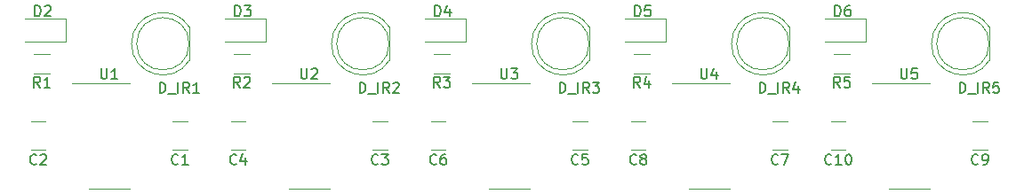
<source format=gto>
%TF.GenerationSoftware,KiCad,Pcbnew,(6.0.11-0)*%
%TF.CreationDate,2024-12-21T01:30:16+09:00*%
%TF.ProjectId,Array,41727261-792e-46b6-9963-61645f706362,rev?*%
%TF.SameCoordinates,Original*%
%TF.FileFunction,Legend,Top*%
%TF.FilePolarity,Positive*%
%FSLAX46Y46*%
G04 Gerber Fmt 4.6, Leading zero omitted, Abs format (unit mm)*
G04 Created by KiCad (PCBNEW (6.0.11-0)) date 2024-12-21 01:30:16*
%MOMM*%
%LPD*%
G01*
G04 APERTURE LIST*
%ADD10C,0.150000*%
%ADD11C,0.120000*%
G04 APERTURE END LIST*
D10*
%TO.C,D_IR3*%
X52447857Y-28367380D02*
X52447857Y-27367380D01*
X52685952Y-27367380D01*
X52828809Y-27415000D01*
X52924047Y-27510238D01*
X52971666Y-27605476D01*
X53019285Y-27795952D01*
X53019285Y-27938809D01*
X52971666Y-28129285D01*
X52924047Y-28224523D01*
X52828809Y-28319761D01*
X52685952Y-28367380D01*
X52447857Y-28367380D01*
X53209761Y-28462619D02*
X53971666Y-28462619D01*
X54209761Y-28367380D02*
X54209761Y-27367380D01*
X55257380Y-28367380D02*
X54924047Y-27891190D01*
X54685952Y-28367380D02*
X54685952Y-27367380D01*
X55066904Y-27367380D01*
X55162142Y-27415000D01*
X55209761Y-27462619D01*
X55257380Y-27557857D01*
X55257380Y-27700714D01*
X55209761Y-27795952D01*
X55162142Y-27843571D01*
X55066904Y-27891190D01*
X54685952Y-27891190D01*
X55590714Y-27367380D02*
X56209761Y-27367380D01*
X55876428Y-27748333D01*
X56019285Y-27748333D01*
X56114523Y-27795952D01*
X56162142Y-27843571D01*
X56209761Y-27938809D01*
X56209761Y-28176904D01*
X56162142Y-28272142D01*
X56114523Y-28319761D01*
X56019285Y-28367380D01*
X55733571Y-28367380D01*
X55638333Y-28319761D01*
X55590714Y-28272142D01*
%TO.C,D_IR1*%
X14347857Y-28367380D02*
X14347857Y-27367380D01*
X14585952Y-27367380D01*
X14728809Y-27415000D01*
X14824047Y-27510238D01*
X14871666Y-27605476D01*
X14919285Y-27795952D01*
X14919285Y-27938809D01*
X14871666Y-28129285D01*
X14824047Y-28224523D01*
X14728809Y-28319761D01*
X14585952Y-28367380D01*
X14347857Y-28367380D01*
X15109761Y-28462619D02*
X15871666Y-28462619D01*
X16109761Y-28367380D02*
X16109761Y-27367380D01*
X17157380Y-28367380D02*
X16824047Y-27891190D01*
X16585952Y-28367380D02*
X16585952Y-27367380D01*
X16966904Y-27367380D01*
X17062142Y-27415000D01*
X17109761Y-27462619D01*
X17157380Y-27557857D01*
X17157380Y-27700714D01*
X17109761Y-27795952D01*
X17062142Y-27843571D01*
X16966904Y-27891190D01*
X16585952Y-27891190D01*
X18109761Y-28367380D02*
X17538333Y-28367380D01*
X17824047Y-28367380D02*
X17824047Y-27367380D01*
X17728809Y-27510238D01*
X17633571Y-27605476D01*
X17538333Y-27653095D01*
%TO.C,D2*%
X2456904Y-21027380D02*
X2456904Y-20027380D01*
X2695000Y-20027380D01*
X2837857Y-20075000D01*
X2933095Y-20170238D01*
X2980714Y-20265476D01*
X3028333Y-20455952D01*
X3028333Y-20598809D01*
X2980714Y-20789285D01*
X2933095Y-20884523D01*
X2837857Y-20979761D01*
X2695000Y-21027380D01*
X2456904Y-21027380D01*
X3409285Y-20122619D02*
X3456904Y-20075000D01*
X3552142Y-20027380D01*
X3790238Y-20027380D01*
X3885476Y-20075000D01*
X3933095Y-20122619D01*
X3980714Y-20217857D01*
X3980714Y-20313095D01*
X3933095Y-20455952D01*
X3361666Y-21027380D01*
X3980714Y-21027380D01*
%TO.C,D_IR5*%
X90547857Y-28367380D02*
X90547857Y-27367380D01*
X90785952Y-27367380D01*
X90928809Y-27415000D01*
X91024047Y-27510238D01*
X91071666Y-27605476D01*
X91119285Y-27795952D01*
X91119285Y-27938809D01*
X91071666Y-28129285D01*
X91024047Y-28224523D01*
X90928809Y-28319761D01*
X90785952Y-28367380D01*
X90547857Y-28367380D01*
X91309761Y-28462619D02*
X92071666Y-28462619D01*
X92309761Y-28367380D02*
X92309761Y-27367380D01*
X93357380Y-28367380D02*
X93024047Y-27891190D01*
X92785952Y-28367380D02*
X92785952Y-27367380D01*
X93166904Y-27367380D01*
X93262142Y-27415000D01*
X93309761Y-27462619D01*
X93357380Y-27557857D01*
X93357380Y-27700714D01*
X93309761Y-27795952D01*
X93262142Y-27843571D01*
X93166904Y-27891190D01*
X92785952Y-27891190D01*
X94262142Y-27367380D02*
X93785952Y-27367380D01*
X93738333Y-27843571D01*
X93785952Y-27795952D01*
X93881190Y-27748333D01*
X94119285Y-27748333D01*
X94214523Y-27795952D01*
X94262142Y-27843571D01*
X94309761Y-27938809D01*
X94309761Y-28176904D01*
X94262142Y-28272142D01*
X94214523Y-28319761D01*
X94119285Y-28367380D01*
X93881190Y-28367380D01*
X93785952Y-28319761D01*
X93738333Y-28272142D01*
%TO.C,R3*%
X41058333Y-27847380D02*
X40725000Y-27371190D01*
X40486904Y-27847380D02*
X40486904Y-26847380D01*
X40867857Y-26847380D01*
X40963095Y-26895000D01*
X41010714Y-26942619D01*
X41058333Y-27037857D01*
X41058333Y-27180714D01*
X41010714Y-27275952D01*
X40963095Y-27323571D01*
X40867857Y-27371190D01*
X40486904Y-27371190D01*
X41391666Y-26847380D02*
X42010714Y-26847380D01*
X41677380Y-27228333D01*
X41820238Y-27228333D01*
X41915476Y-27275952D01*
X41963095Y-27323571D01*
X42010714Y-27418809D01*
X42010714Y-27656904D01*
X41963095Y-27752142D01*
X41915476Y-27799761D01*
X41820238Y-27847380D01*
X41534523Y-27847380D01*
X41439285Y-27799761D01*
X41391666Y-27752142D01*
%TO.C,D6*%
X78656904Y-21027380D02*
X78656904Y-20027380D01*
X78895000Y-20027380D01*
X79037857Y-20075000D01*
X79133095Y-20170238D01*
X79180714Y-20265476D01*
X79228333Y-20455952D01*
X79228333Y-20598809D01*
X79180714Y-20789285D01*
X79133095Y-20884523D01*
X79037857Y-20979761D01*
X78895000Y-21027380D01*
X78656904Y-21027380D01*
X80085476Y-20027380D02*
X79895000Y-20027380D01*
X79799761Y-20075000D01*
X79752142Y-20122619D01*
X79656904Y-20265476D01*
X79609285Y-20455952D01*
X79609285Y-20836904D01*
X79656904Y-20932142D01*
X79704523Y-20979761D01*
X79799761Y-21027380D01*
X79990238Y-21027380D01*
X80085476Y-20979761D01*
X80133095Y-20932142D01*
X80180714Y-20836904D01*
X80180714Y-20598809D01*
X80133095Y-20503571D01*
X80085476Y-20455952D01*
X79990238Y-20408333D01*
X79799761Y-20408333D01*
X79704523Y-20455952D01*
X79656904Y-20503571D01*
X79609285Y-20598809D01*
%TO.C,D_IR4*%
X71497857Y-28367380D02*
X71497857Y-27367380D01*
X71735952Y-27367380D01*
X71878809Y-27415000D01*
X71974047Y-27510238D01*
X72021666Y-27605476D01*
X72069285Y-27795952D01*
X72069285Y-27938809D01*
X72021666Y-28129285D01*
X71974047Y-28224523D01*
X71878809Y-28319761D01*
X71735952Y-28367380D01*
X71497857Y-28367380D01*
X72259761Y-28462619D02*
X73021666Y-28462619D01*
X73259761Y-28367380D02*
X73259761Y-27367380D01*
X74307380Y-28367380D02*
X73974047Y-27891190D01*
X73735952Y-28367380D02*
X73735952Y-27367380D01*
X74116904Y-27367380D01*
X74212142Y-27415000D01*
X74259761Y-27462619D01*
X74307380Y-27557857D01*
X74307380Y-27700714D01*
X74259761Y-27795952D01*
X74212142Y-27843571D01*
X74116904Y-27891190D01*
X73735952Y-27891190D01*
X75164523Y-27700714D02*
X75164523Y-28367380D01*
X74926428Y-27319761D02*
X74688333Y-28034047D01*
X75307380Y-28034047D01*
%TO.C,C5*%
X54208333Y-35132142D02*
X54160714Y-35179761D01*
X54017857Y-35227380D01*
X53922619Y-35227380D01*
X53779761Y-35179761D01*
X53684523Y-35084523D01*
X53636904Y-34989285D01*
X53589285Y-34798809D01*
X53589285Y-34655952D01*
X53636904Y-34465476D01*
X53684523Y-34370238D01*
X53779761Y-34275000D01*
X53922619Y-34227380D01*
X54017857Y-34227380D01*
X54160714Y-34275000D01*
X54208333Y-34322619D01*
X55113095Y-34227380D02*
X54636904Y-34227380D01*
X54589285Y-34703571D01*
X54636904Y-34655952D01*
X54732142Y-34608333D01*
X54970238Y-34608333D01*
X55065476Y-34655952D01*
X55113095Y-34703571D01*
X55160714Y-34798809D01*
X55160714Y-35036904D01*
X55113095Y-35132142D01*
X55065476Y-35179761D01*
X54970238Y-35227380D01*
X54732142Y-35227380D01*
X54636904Y-35179761D01*
X54589285Y-35132142D01*
%TO.C,U5*%
X84963095Y-26027380D02*
X84963095Y-26836904D01*
X85010714Y-26932142D01*
X85058333Y-26979761D01*
X85153571Y-27027380D01*
X85344047Y-27027380D01*
X85439285Y-26979761D01*
X85486904Y-26932142D01*
X85534523Y-26836904D01*
X85534523Y-26027380D01*
X86486904Y-26027380D02*
X86010714Y-26027380D01*
X85963095Y-26503571D01*
X86010714Y-26455952D01*
X86105952Y-26408333D01*
X86344047Y-26408333D01*
X86439285Y-26455952D01*
X86486904Y-26503571D01*
X86534523Y-26598809D01*
X86534523Y-26836904D01*
X86486904Y-26932142D01*
X86439285Y-26979761D01*
X86344047Y-27027380D01*
X86105952Y-27027380D01*
X86010714Y-26979761D01*
X85963095Y-26932142D01*
%TO.C,D3*%
X21506904Y-21027380D02*
X21506904Y-20027380D01*
X21745000Y-20027380D01*
X21887857Y-20075000D01*
X21983095Y-20170238D01*
X22030714Y-20265476D01*
X22078333Y-20455952D01*
X22078333Y-20598809D01*
X22030714Y-20789285D01*
X21983095Y-20884523D01*
X21887857Y-20979761D01*
X21745000Y-21027380D01*
X21506904Y-21027380D01*
X22411666Y-20027380D02*
X23030714Y-20027380D01*
X22697380Y-20408333D01*
X22840238Y-20408333D01*
X22935476Y-20455952D01*
X22983095Y-20503571D01*
X23030714Y-20598809D01*
X23030714Y-20836904D01*
X22983095Y-20932142D01*
X22935476Y-20979761D01*
X22840238Y-21027380D01*
X22554523Y-21027380D01*
X22459285Y-20979761D01*
X22411666Y-20932142D01*
%TO.C,U4*%
X65913095Y-26027380D02*
X65913095Y-26836904D01*
X65960714Y-26932142D01*
X66008333Y-26979761D01*
X66103571Y-27027380D01*
X66294047Y-27027380D01*
X66389285Y-26979761D01*
X66436904Y-26932142D01*
X66484523Y-26836904D01*
X66484523Y-26027380D01*
X67389285Y-26360714D02*
X67389285Y-27027380D01*
X67151190Y-25979761D02*
X66913095Y-26694047D01*
X67532142Y-26694047D01*
%TO.C,D5*%
X59606904Y-21027380D02*
X59606904Y-20027380D01*
X59845000Y-20027380D01*
X59987857Y-20075000D01*
X60083095Y-20170238D01*
X60130714Y-20265476D01*
X60178333Y-20455952D01*
X60178333Y-20598809D01*
X60130714Y-20789285D01*
X60083095Y-20884523D01*
X59987857Y-20979761D01*
X59845000Y-21027380D01*
X59606904Y-21027380D01*
X61083095Y-20027380D02*
X60606904Y-20027380D01*
X60559285Y-20503571D01*
X60606904Y-20455952D01*
X60702142Y-20408333D01*
X60940238Y-20408333D01*
X61035476Y-20455952D01*
X61083095Y-20503571D01*
X61130714Y-20598809D01*
X61130714Y-20836904D01*
X61083095Y-20932142D01*
X61035476Y-20979761D01*
X60940238Y-21027380D01*
X60702142Y-21027380D01*
X60606904Y-20979761D01*
X60559285Y-20932142D01*
%TO.C,C1*%
X16108333Y-35132142D02*
X16060714Y-35179761D01*
X15917857Y-35227380D01*
X15822619Y-35227380D01*
X15679761Y-35179761D01*
X15584523Y-35084523D01*
X15536904Y-34989285D01*
X15489285Y-34798809D01*
X15489285Y-34655952D01*
X15536904Y-34465476D01*
X15584523Y-34370238D01*
X15679761Y-34275000D01*
X15822619Y-34227380D01*
X15917857Y-34227380D01*
X16060714Y-34275000D01*
X16108333Y-34322619D01*
X17060714Y-35227380D02*
X16489285Y-35227380D01*
X16775000Y-35227380D02*
X16775000Y-34227380D01*
X16679761Y-34370238D01*
X16584523Y-34465476D01*
X16489285Y-34513095D01*
%TO.C,R2*%
X22008333Y-27847380D02*
X21675000Y-27371190D01*
X21436904Y-27847380D02*
X21436904Y-26847380D01*
X21817857Y-26847380D01*
X21913095Y-26895000D01*
X21960714Y-26942619D01*
X22008333Y-27037857D01*
X22008333Y-27180714D01*
X21960714Y-27275952D01*
X21913095Y-27323571D01*
X21817857Y-27371190D01*
X21436904Y-27371190D01*
X22389285Y-26942619D02*
X22436904Y-26895000D01*
X22532142Y-26847380D01*
X22770238Y-26847380D01*
X22865476Y-26895000D01*
X22913095Y-26942619D01*
X22960714Y-27037857D01*
X22960714Y-27133095D01*
X22913095Y-27275952D01*
X22341666Y-27847380D01*
X22960714Y-27847380D01*
%TO.C,R5*%
X79158333Y-27847380D02*
X78825000Y-27371190D01*
X78586904Y-27847380D02*
X78586904Y-26847380D01*
X78967857Y-26847380D01*
X79063095Y-26895000D01*
X79110714Y-26942619D01*
X79158333Y-27037857D01*
X79158333Y-27180714D01*
X79110714Y-27275952D01*
X79063095Y-27323571D01*
X78967857Y-27371190D01*
X78586904Y-27371190D01*
X80063095Y-26847380D02*
X79586904Y-26847380D01*
X79539285Y-27323571D01*
X79586904Y-27275952D01*
X79682142Y-27228333D01*
X79920238Y-27228333D01*
X80015476Y-27275952D01*
X80063095Y-27323571D01*
X80110714Y-27418809D01*
X80110714Y-27656904D01*
X80063095Y-27752142D01*
X80015476Y-27799761D01*
X79920238Y-27847380D01*
X79682142Y-27847380D01*
X79586904Y-27799761D01*
X79539285Y-27752142D01*
%TO.C,C7*%
X73258333Y-35132142D02*
X73210714Y-35179761D01*
X73067857Y-35227380D01*
X72972619Y-35227380D01*
X72829761Y-35179761D01*
X72734523Y-35084523D01*
X72686904Y-34989285D01*
X72639285Y-34798809D01*
X72639285Y-34655952D01*
X72686904Y-34465476D01*
X72734523Y-34370238D01*
X72829761Y-34275000D01*
X72972619Y-34227380D01*
X73067857Y-34227380D01*
X73210714Y-34275000D01*
X73258333Y-34322619D01*
X73591666Y-34227380D02*
X74258333Y-34227380D01*
X73829761Y-35227380D01*
%TO.C,R4*%
X60108333Y-27847380D02*
X59775000Y-27371190D01*
X59536904Y-27847380D02*
X59536904Y-26847380D01*
X59917857Y-26847380D01*
X60013095Y-26895000D01*
X60060714Y-26942619D01*
X60108333Y-27037857D01*
X60108333Y-27180714D01*
X60060714Y-27275952D01*
X60013095Y-27323571D01*
X59917857Y-27371190D01*
X59536904Y-27371190D01*
X60965476Y-27180714D02*
X60965476Y-27847380D01*
X60727380Y-26799761D02*
X60489285Y-27514047D01*
X61108333Y-27514047D01*
%TO.C,C9*%
X92308333Y-35132142D02*
X92260714Y-35179761D01*
X92117857Y-35227380D01*
X92022619Y-35227380D01*
X91879761Y-35179761D01*
X91784523Y-35084523D01*
X91736904Y-34989285D01*
X91689285Y-34798809D01*
X91689285Y-34655952D01*
X91736904Y-34465476D01*
X91784523Y-34370238D01*
X91879761Y-34275000D01*
X92022619Y-34227380D01*
X92117857Y-34227380D01*
X92260714Y-34275000D01*
X92308333Y-34322619D01*
X92784523Y-35227380D02*
X92975000Y-35227380D01*
X93070238Y-35179761D01*
X93117857Y-35132142D01*
X93213095Y-34989285D01*
X93260714Y-34798809D01*
X93260714Y-34417857D01*
X93213095Y-34322619D01*
X93165476Y-34275000D01*
X93070238Y-34227380D01*
X92879761Y-34227380D01*
X92784523Y-34275000D01*
X92736904Y-34322619D01*
X92689285Y-34417857D01*
X92689285Y-34655952D01*
X92736904Y-34751190D01*
X92784523Y-34798809D01*
X92879761Y-34846428D01*
X93070238Y-34846428D01*
X93165476Y-34798809D01*
X93213095Y-34751190D01*
X93260714Y-34655952D01*
%TO.C,C2*%
X2608333Y-35132142D02*
X2560714Y-35179761D01*
X2417857Y-35227380D01*
X2322619Y-35227380D01*
X2179761Y-35179761D01*
X2084523Y-35084523D01*
X2036904Y-34989285D01*
X1989285Y-34798809D01*
X1989285Y-34655952D01*
X2036904Y-34465476D01*
X2084523Y-34370238D01*
X2179761Y-34275000D01*
X2322619Y-34227380D01*
X2417857Y-34227380D01*
X2560714Y-34275000D01*
X2608333Y-34322619D01*
X2989285Y-34322619D02*
X3036904Y-34275000D01*
X3132142Y-34227380D01*
X3370238Y-34227380D01*
X3465476Y-34275000D01*
X3513095Y-34322619D01*
X3560714Y-34417857D01*
X3560714Y-34513095D01*
X3513095Y-34655952D01*
X2941666Y-35227380D01*
X3560714Y-35227380D01*
%TO.C,D4*%
X40556904Y-21027380D02*
X40556904Y-20027380D01*
X40795000Y-20027380D01*
X40937857Y-20075000D01*
X41033095Y-20170238D01*
X41080714Y-20265476D01*
X41128333Y-20455952D01*
X41128333Y-20598809D01*
X41080714Y-20789285D01*
X41033095Y-20884523D01*
X40937857Y-20979761D01*
X40795000Y-21027380D01*
X40556904Y-21027380D01*
X41985476Y-20360714D02*
X41985476Y-21027380D01*
X41747380Y-19979761D02*
X41509285Y-20694047D01*
X42128333Y-20694047D01*
%TO.C,R1*%
X2958333Y-27847380D02*
X2625000Y-27371190D01*
X2386904Y-27847380D02*
X2386904Y-26847380D01*
X2767857Y-26847380D01*
X2863095Y-26895000D01*
X2910714Y-26942619D01*
X2958333Y-27037857D01*
X2958333Y-27180714D01*
X2910714Y-27275952D01*
X2863095Y-27323571D01*
X2767857Y-27371190D01*
X2386904Y-27371190D01*
X3910714Y-27847380D02*
X3339285Y-27847380D01*
X3625000Y-27847380D02*
X3625000Y-26847380D01*
X3529761Y-26990238D01*
X3434523Y-27085476D01*
X3339285Y-27133095D01*
%TO.C,C3*%
X35158333Y-35132142D02*
X35110714Y-35179761D01*
X34967857Y-35227380D01*
X34872619Y-35227380D01*
X34729761Y-35179761D01*
X34634523Y-35084523D01*
X34586904Y-34989285D01*
X34539285Y-34798809D01*
X34539285Y-34655952D01*
X34586904Y-34465476D01*
X34634523Y-34370238D01*
X34729761Y-34275000D01*
X34872619Y-34227380D01*
X34967857Y-34227380D01*
X35110714Y-34275000D01*
X35158333Y-34322619D01*
X35491666Y-34227380D02*
X36110714Y-34227380D01*
X35777380Y-34608333D01*
X35920238Y-34608333D01*
X36015476Y-34655952D01*
X36063095Y-34703571D01*
X36110714Y-34798809D01*
X36110714Y-35036904D01*
X36063095Y-35132142D01*
X36015476Y-35179761D01*
X35920238Y-35227380D01*
X35634523Y-35227380D01*
X35539285Y-35179761D01*
X35491666Y-35132142D01*
%TO.C,U3*%
X46863095Y-26027380D02*
X46863095Y-26836904D01*
X46910714Y-26932142D01*
X46958333Y-26979761D01*
X47053571Y-27027380D01*
X47244047Y-27027380D01*
X47339285Y-26979761D01*
X47386904Y-26932142D01*
X47434523Y-26836904D01*
X47434523Y-26027380D01*
X47815476Y-26027380D02*
X48434523Y-26027380D01*
X48101190Y-26408333D01*
X48244047Y-26408333D01*
X48339285Y-26455952D01*
X48386904Y-26503571D01*
X48434523Y-26598809D01*
X48434523Y-26836904D01*
X48386904Y-26932142D01*
X48339285Y-26979761D01*
X48244047Y-27027380D01*
X47958333Y-27027380D01*
X47863095Y-26979761D01*
X47815476Y-26932142D01*
%TO.C,C6*%
X40708333Y-35132142D02*
X40660714Y-35179761D01*
X40517857Y-35227380D01*
X40422619Y-35227380D01*
X40279761Y-35179761D01*
X40184523Y-35084523D01*
X40136904Y-34989285D01*
X40089285Y-34798809D01*
X40089285Y-34655952D01*
X40136904Y-34465476D01*
X40184523Y-34370238D01*
X40279761Y-34275000D01*
X40422619Y-34227380D01*
X40517857Y-34227380D01*
X40660714Y-34275000D01*
X40708333Y-34322619D01*
X41565476Y-34227380D02*
X41375000Y-34227380D01*
X41279761Y-34275000D01*
X41232142Y-34322619D01*
X41136904Y-34465476D01*
X41089285Y-34655952D01*
X41089285Y-35036904D01*
X41136904Y-35132142D01*
X41184523Y-35179761D01*
X41279761Y-35227380D01*
X41470238Y-35227380D01*
X41565476Y-35179761D01*
X41613095Y-35132142D01*
X41660714Y-35036904D01*
X41660714Y-34798809D01*
X41613095Y-34703571D01*
X41565476Y-34655952D01*
X41470238Y-34608333D01*
X41279761Y-34608333D01*
X41184523Y-34655952D01*
X41136904Y-34703571D01*
X41089285Y-34798809D01*
%TO.C,C10*%
X78332142Y-35132142D02*
X78284523Y-35179761D01*
X78141666Y-35227380D01*
X78046428Y-35227380D01*
X77903571Y-35179761D01*
X77808333Y-35084523D01*
X77760714Y-34989285D01*
X77713095Y-34798809D01*
X77713095Y-34655952D01*
X77760714Y-34465476D01*
X77808333Y-34370238D01*
X77903571Y-34275000D01*
X78046428Y-34227380D01*
X78141666Y-34227380D01*
X78284523Y-34275000D01*
X78332142Y-34322619D01*
X79284523Y-35227380D02*
X78713095Y-35227380D01*
X78998809Y-35227380D02*
X78998809Y-34227380D01*
X78903571Y-34370238D01*
X78808333Y-34465476D01*
X78713095Y-34513095D01*
X79903571Y-34227380D02*
X79998809Y-34227380D01*
X80094047Y-34275000D01*
X80141666Y-34322619D01*
X80189285Y-34417857D01*
X80236904Y-34608333D01*
X80236904Y-34846428D01*
X80189285Y-35036904D01*
X80141666Y-35132142D01*
X80094047Y-35179761D01*
X79998809Y-35227380D01*
X79903571Y-35227380D01*
X79808333Y-35179761D01*
X79760714Y-35132142D01*
X79713095Y-35036904D01*
X79665476Y-34846428D01*
X79665476Y-34608333D01*
X79713095Y-34417857D01*
X79760714Y-34322619D01*
X79808333Y-34275000D01*
X79903571Y-34227380D01*
%TO.C,U2*%
X27813095Y-26027380D02*
X27813095Y-26836904D01*
X27860714Y-26932142D01*
X27908333Y-26979761D01*
X28003571Y-27027380D01*
X28194047Y-27027380D01*
X28289285Y-26979761D01*
X28336904Y-26932142D01*
X28384523Y-26836904D01*
X28384523Y-26027380D01*
X28813095Y-26122619D02*
X28860714Y-26075000D01*
X28955952Y-26027380D01*
X29194047Y-26027380D01*
X29289285Y-26075000D01*
X29336904Y-26122619D01*
X29384523Y-26217857D01*
X29384523Y-26313095D01*
X29336904Y-26455952D01*
X28765476Y-27027380D01*
X29384523Y-27027380D01*
%TO.C,U1*%
X8763095Y-26027380D02*
X8763095Y-26836904D01*
X8810714Y-26932142D01*
X8858333Y-26979761D01*
X8953571Y-27027380D01*
X9144047Y-27027380D01*
X9239285Y-26979761D01*
X9286904Y-26932142D01*
X9334523Y-26836904D01*
X9334523Y-26027380D01*
X10334523Y-27027380D02*
X9763095Y-27027380D01*
X10048809Y-27027380D02*
X10048809Y-26027380D01*
X9953571Y-26170238D01*
X9858333Y-26265476D01*
X9763095Y-26313095D01*
%TO.C,D_IR2*%
X33397857Y-28367380D02*
X33397857Y-27367380D01*
X33635952Y-27367380D01*
X33778809Y-27415000D01*
X33874047Y-27510238D01*
X33921666Y-27605476D01*
X33969285Y-27795952D01*
X33969285Y-27938809D01*
X33921666Y-28129285D01*
X33874047Y-28224523D01*
X33778809Y-28319761D01*
X33635952Y-28367380D01*
X33397857Y-28367380D01*
X34159761Y-28462619D02*
X34921666Y-28462619D01*
X35159761Y-28367380D02*
X35159761Y-27367380D01*
X36207380Y-28367380D02*
X35874047Y-27891190D01*
X35635952Y-28367380D02*
X35635952Y-27367380D01*
X36016904Y-27367380D01*
X36112142Y-27415000D01*
X36159761Y-27462619D01*
X36207380Y-27557857D01*
X36207380Y-27700714D01*
X36159761Y-27795952D01*
X36112142Y-27843571D01*
X36016904Y-27891190D01*
X35635952Y-27891190D01*
X36588333Y-27462619D02*
X36635952Y-27415000D01*
X36731190Y-27367380D01*
X36969285Y-27367380D01*
X37064523Y-27415000D01*
X37112142Y-27462619D01*
X37159761Y-27557857D01*
X37159761Y-27653095D01*
X37112142Y-27795952D01*
X36540714Y-28367380D01*
X37159761Y-28367380D01*
%TO.C,C8*%
X59758333Y-35132142D02*
X59710714Y-35179761D01*
X59567857Y-35227380D01*
X59472619Y-35227380D01*
X59329761Y-35179761D01*
X59234523Y-35084523D01*
X59186904Y-34989285D01*
X59139285Y-34798809D01*
X59139285Y-34655952D01*
X59186904Y-34465476D01*
X59234523Y-34370238D01*
X59329761Y-34275000D01*
X59472619Y-34227380D01*
X59567857Y-34227380D01*
X59710714Y-34275000D01*
X59758333Y-34322619D01*
X60329761Y-34655952D02*
X60234523Y-34608333D01*
X60186904Y-34560714D01*
X60139285Y-34465476D01*
X60139285Y-34417857D01*
X60186904Y-34322619D01*
X60234523Y-34275000D01*
X60329761Y-34227380D01*
X60520238Y-34227380D01*
X60615476Y-34275000D01*
X60663095Y-34322619D01*
X60710714Y-34417857D01*
X60710714Y-34465476D01*
X60663095Y-34560714D01*
X60615476Y-34608333D01*
X60520238Y-34655952D01*
X60329761Y-34655952D01*
X60234523Y-34703571D01*
X60186904Y-34751190D01*
X60139285Y-34846428D01*
X60139285Y-35036904D01*
X60186904Y-35132142D01*
X60234523Y-35179761D01*
X60329761Y-35227380D01*
X60520238Y-35227380D01*
X60615476Y-35179761D01*
X60663095Y-35132142D01*
X60710714Y-35036904D01*
X60710714Y-34846428D01*
X60663095Y-34751190D01*
X60615476Y-34703571D01*
X60520238Y-34655952D01*
%TO.C,C4*%
X21658333Y-35132142D02*
X21610714Y-35179761D01*
X21467857Y-35227380D01*
X21372619Y-35227380D01*
X21229761Y-35179761D01*
X21134523Y-35084523D01*
X21086904Y-34989285D01*
X21039285Y-34798809D01*
X21039285Y-34655952D01*
X21086904Y-34465476D01*
X21134523Y-34370238D01*
X21229761Y-34275000D01*
X21372619Y-34227380D01*
X21467857Y-34227380D01*
X21610714Y-34275000D01*
X21658333Y-34322619D01*
X22515476Y-34560714D02*
X22515476Y-35227380D01*
X22277380Y-34179761D02*
X22039285Y-34894047D01*
X22658333Y-34894047D01*
D11*
%TO.C,D_IR3*%
X55315000Y-25220000D02*
X55315000Y-22130000D01*
X49765000Y-23674538D02*
G75*
G03*
X55315000Y-25219830I2990000J-462D01*
G01*
X55315000Y-22130170D02*
G75*
G03*
X49765000Y-23675462I-2560000J-1544830D01*
G01*
X55255000Y-23675000D02*
G75*
G03*
X55255000Y-23675000I-2500000J0D01*
G01*
%TO.C,D_IR1*%
X17215000Y-25220000D02*
X17215000Y-22130000D01*
X17215000Y-22130170D02*
G75*
G03*
X11665000Y-23675462I-2560000J-1544830D01*
G01*
X11665000Y-23674538D02*
G75*
G03*
X17215000Y-25219830I2990000J-462D01*
G01*
X17155000Y-23675000D02*
G75*
G03*
X17155000Y-23675000I-2500000J0D01*
G01*
%TO.C,D2*%
X1525000Y-23510000D02*
X5410000Y-23510000D01*
X5410000Y-23510000D02*
X5410000Y-21240000D01*
X5410000Y-21240000D02*
X1525000Y-21240000D01*
%TO.C,D_IR5*%
X93415000Y-25220000D02*
X93415000Y-22130000D01*
X87865000Y-23674538D02*
G75*
G03*
X93415000Y-25219830I2990000J-462D01*
G01*
X93415000Y-22130170D02*
G75*
G03*
X87865000Y-23675462I-2560000J-1544830D01*
G01*
X93355000Y-23675000D02*
G75*
G03*
X93355000Y-23675000I-2500000J0D01*
G01*
%TO.C,R3*%
X41952064Y-24665000D02*
X40497936Y-24665000D01*
X41952064Y-26485000D02*
X40497936Y-26485000D01*
%TO.C,D6*%
X77725000Y-23510000D02*
X81610000Y-23510000D01*
X81610000Y-23510000D02*
X81610000Y-21240000D01*
X81610000Y-21240000D02*
X77725000Y-21240000D01*
%TO.C,D_IR4*%
X74365000Y-25220000D02*
X74365000Y-22130000D01*
X74365000Y-22130170D02*
G75*
G03*
X68815000Y-23675462I-2560000J-1544830D01*
G01*
X68815000Y-23674538D02*
G75*
G03*
X74365000Y-25219830I2990000J-462D01*
G01*
X74305000Y-23675000D02*
G75*
G03*
X74305000Y-23675000I-2500000J0D01*
G01*
%TO.C,C5*%
X55086252Y-33835000D02*
X53663748Y-33835000D01*
X55086252Y-31115000D02*
X53663748Y-31115000D01*
%TO.C,U5*%
X85725000Y-27415000D02*
X87675000Y-27415000D01*
X85725000Y-37535000D02*
X87675000Y-37535000D01*
X85725000Y-37535000D02*
X83775000Y-37535000D01*
X85725000Y-27415000D02*
X82225000Y-27415000D01*
%TO.C,D3*%
X20575000Y-23510000D02*
X24460000Y-23510000D01*
X24460000Y-21240000D02*
X20575000Y-21240000D01*
X24460000Y-23510000D02*
X24460000Y-21240000D01*
%TO.C,U4*%
X66675000Y-37535000D02*
X64725000Y-37535000D01*
X66675000Y-27415000D02*
X63175000Y-27415000D01*
X66675000Y-27415000D02*
X68625000Y-27415000D01*
X66675000Y-37535000D02*
X68625000Y-37535000D01*
%TO.C,D5*%
X62560000Y-21240000D02*
X58675000Y-21240000D01*
X62560000Y-23510000D02*
X62560000Y-21240000D01*
X58675000Y-23510000D02*
X62560000Y-23510000D01*
%TO.C,C1*%
X16986252Y-31115000D02*
X15563748Y-31115000D01*
X16986252Y-33835000D02*
X15563748Y-33835000D01*
%TO.C,R2*%
X22902064Y-26485000D02*
X21447936Y-26485000D01*
X22902064Y-24665000D02*
X21447936Y-24665000D01*
%TO.C,R5*%
X80052064Y-26485000D02*
X78597936Y-26485000D01*
X80052064Y-24665000D02*
X78597936Y-24665000D01*
%TO.C,C7*%
X74136252Y-31115000D02*
X72713748Y-31115000D01*
X74136252Y-33835000D02*
X72713748Y-33835000D01*
%TO.C,R4*%
X61002064Y-24665000D02*
X59547936Y-24665000D01*
X61002064Y-26485000D02*
X59547936Y-26485000D01*
%TO.C,C9*%
X93186252Y-33835000D02*
X91763748Y-33835000D01*
X93186252Y-31115000D02*
X91763748Y-31115000D01*
%TO.C,C2*%
X2063748Y-31115000D02*
X3486252Y-31115000D01*
X2063748Y-33835000D02*
X3486252Y-33835000D01*
%TO.C,D4*%
X43510000Y-21240000D02*
X39625000Y-21240000D01*
X43510000Y-23510000D02*
X43510000Y-21240000D01*
X39625000Y-23510000D02*
X43510000Y-23510000D01*
%TO.C,R1*%
X3852064Y-26485000D02*
X2397936Y-26485000D01*
X3852064Y-24665000D02*
X2397936Y-24665000D01*
%TO.C,C3*%
X36036252Y-33835000D02*
X34613748Y-33835000D01*
X36036252Y-31115000D02*
X34613748Y-31115000D01*
%TO.C,U3*%
X47625000Y-37535000D02*
X49575000Y-37535000D01*
X47625000Y-37535000D02*
X45675000Y-37535000D01*
X47625000Y-27415000D02*
X49575000Y-27415000D01*
X47625000Y-27415000D02*
X44125000Y-27415000D01*
%TO.C,C6*%
X40163748Y-31115000D02*
X41586252Y-31115000D01*
X40163748Y-33835000D02*
X41586252Y-33835000D01*
%TO.C,C10*%
X78263748Y-31115000D02*
X79686252Y-31115000D01*
X78263748Y-33835000D02*
X79686252Y-33835000D01*
%TO.C,U2*%
X28575000Y-37535000D02*
X26625000Y-37535000D01*
X28575000Y-27415000D02*
X25075000Y-27415000D01*
X28575000Y-27415000D02*
X30525000Y-27415000D01*
X28575000Y-37535000D02*
X30525000Y-37535000D01*
%TO.C,U1*%
X9525000Y-27415000D02*
X6025000Y-27415000D01*
X9525000Y-37535000D02*
X7575000Y-37535000D01*
X9525000Y-37535000D02*
X11475000Y-37535000D01*
X9525000Y-27415000D02*
X11475000Y-27415000D01*
%TO.C,D_IR2*%
X36265000Y-25220000D02*
X36265000Y-22130000D01*
X30715000Y-23674538D02*
G75*
G03*
X36265000Y-25219830I2990000J-462D01*
G01*
X36265000Y-22130170D02*
G75*
G03*
X30715000Y-23675462I-2560000J-1544830D01*
G01*
X36205000Y-23675000D02*
G75*
G03*
X36205000Y-23675000I-2500000J0D01*
G01*
%TO.C,C8*%
X59213748Y-31115000D02*
X60636252Y-31115000D01*
X59213748Y-33835000D02*
X60636252Y-33835000D01*
%TO.C,C4*%
X21113748Y-31115000D02*
X22536252Y-31115000D01*
X21113748Y-33835000D02*
X22536252Y-33835000D01*
%TD*%
M02*

</source>
